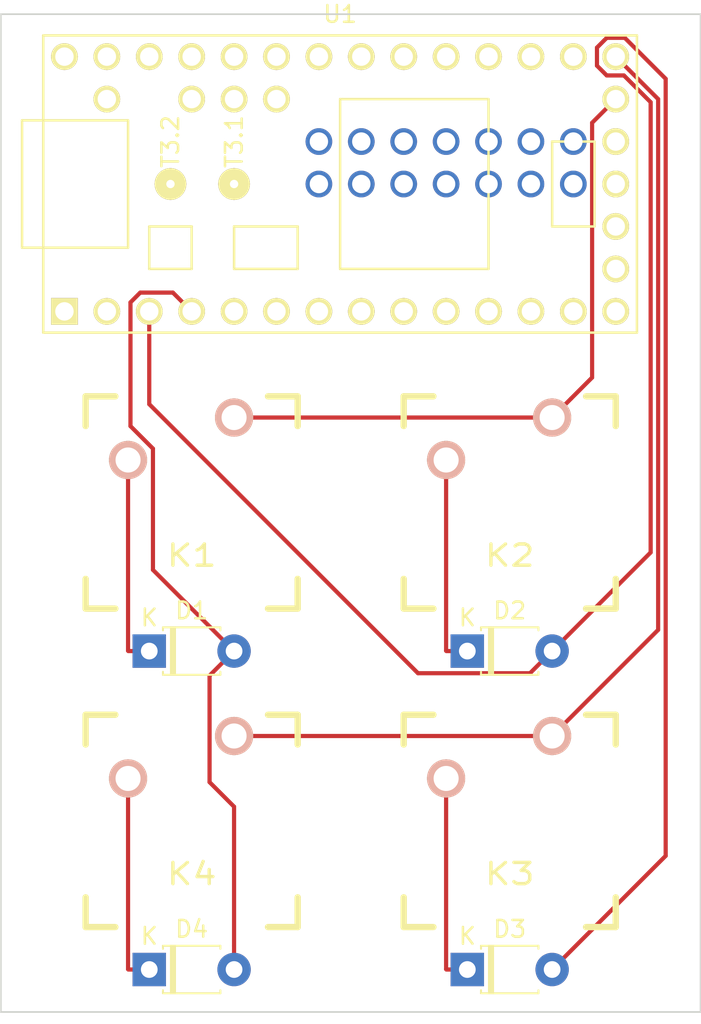
<source format=kicad_pcb>
(kicad_pcb (version 20171130) (host pcbnew "(5.0.1-3-g963ef8bb5)")

  (general
    (thickness 1.6)
    (drawings 4)
    (tracks 52)
    (zones 0)
    (modules 9)
    (nets 56)
  )

  (page A4)
  (layers
    (0 F.Cu signal)
    (31 B.Cu signal)
    (33 F.Adhes user)
    (35 F.Paste user)
    (36 B.SilkS user)
    (37 F.SilkS user)
    (38 B.Mask user)
    (39 F.Mask user)
    (40 Dwgs.User user)
    (41 Cmts.User user)
    (42 Eco1.User user)
    (43 Eco2.User user)
    (44 Edge.Cuts user)
    (45 Margin user)
    (46 B.CrtYd user)
    (47 F.CrtYd user)
    (49 F.Fab user)
  )

  (setup
    (last_trace_width 0.25)
    (trace_clearance 0.2)
    (zone_clearance 0.508)
    (zone_45_only no)
    (trace_min 0.2)
    (segment_width 0.2)
    (edge_width 0.1)
    (via_size 0.8)
    (via_drill 0.4)
    (via_min_size 0.4)
    (via_min_drill 0.3)
    (uvia_size 0.3)
    (uvia_drill 0.1)
    (uvias_allowed no)
    (uvia_min_size 0.2)
    (uvia_min_drill 0.1)
    (pcb_text_width 0.3)
    (pcb_text_size 1.5 1.5)
    (mod_edge_width 0.15)
    (mod_text_size 1 1)
    (mod_text_width 0.15)
    (pad_size 1.5 1.5)
    (pad_drill 0.6)
    (pad_to_mask_clearance 0)
    (solder_mask_min_width 0.25)
    (aux_axis_origin 0 0)
    (visible_elements FFFFFF7F)
    (pcbplotparams
      (layerselection 0x2d0f0_ffffffff)
      (usegerberextensions false)
      (usegerberattributes false)
      (usegerberadvancedattributes false)
      (creategerberjobfile false)
      (excludeedgelayer true)
      (linewidth 0.100000)
      (plotframeref false)
      (viasonmask false)
      (mode 1)
      (useauxorigin false)
      (hpglpennumber 1)
      (hpglpenspeed 20)
      (hpglpendiameter 15.000000)
      (psnegative false)
      (psa4output false)
      (plotreference true)
      (plotvalue true)
      (plotinvisibletext false)
      (padsonsilk false)
      (subtractmaskfromsilk false)
      (outputformat 1)
      (mirror false)
      (drillshape 0)
      (scaleselection 1)
      (outputdirectory ""))
  )

  (net 0 "")
  (net 1 "Net-(D1-Pad1)")
  (net 2 "Net-(D1-Pad2)")
  (net 3 "Net-(K1-Pad1)")
  (net 4 "Net-(U1-Pad52)")
  (net 5 "Net-(U1-Pad51)")
  (net 6 "Net-(U1-Pad50)")
  (net 7 "Net-(U1-Pad49)")
  (net 8 "Net-(U1-Pad48)")
  (net 9 "Net-(U1-Pad47)")
  (net 10 "Net-(U1-Pad46)")
  (net 11 "Net-(U1-Pad45)")
  (net 12 "Net-(U1-Pad44)")
  (net 13 "Net-(U1-Pad43)")
  (net 14 "Net-(U1-Pad42)")
  (net 15 "Net-(U1-Pad41)")
  (net 16 "Net-(U1-Pad40)")
  (net 17 "Net-(U1-Pad39)")
  (net 18 "Net-(U1-Pad1)")
  (net 19 "Net-(U1-Pad5)")
  (net 20 "Net-(U1-Pad6)")
  (net 21 "Net-(U1-Pad7)")
  (net 22 "Net-(U1-Pad8)")
  (net 23 "Net-(U1-Pad9)")
  (net 24 "Net-(U1-Pad10)")
  (net 25 "Net-(U1-Pad11)")
  (net 26 "Net-(U1-Pad12)")
  (net 27 "Net-(U1-Pad13)")
  (net 28 "Net-(U1-Pad34)")
  (net 29 "Net-(U1-Pad33)")
  (net 30 "Net-(U1-Pad32)")
  (net 31 "Net-(U1-Pad31)")
  (net 32 "Net-(U1-Pad30)")
  (net 33 "Net-(U1-Pad29)")
  (net 34 "Net-(U1-Pad28)")
  (net 35 "Net-(U1-Pad27)")
  (net 36 "Net-(U1-Pad26)")
  (net 37 "Net-(U1-Pad25)")
  (net 38 "Net-(U1-Pad24)")
  (net 39 "Net-(U1-Pad23)")
  (net 40 "Net-(U1-Pad22)")
  (net 41 "Net-(U1-Pad21)")
  (net 42 "Net-(U1-Pad14)")
  (net 43 "Net-(U1-Pad15)")
  (net 44 "Net-(U1-Pad16)")
  (net 45 "Net-(D2-Pad1)")
  (net 46 "Net-(D2-Pad2)")
  (net 47 "Net-(D3-Pad1)")
  (net 48 "Net-(D4-Pad1)")
  (net 49 "Net-(K3-Pad1)")
  (net 50 "Net-(U1-Pad38)")
  (net 51 "Net-(U1-Pad37)")
  (net 52 "Net-(U1-Pad36)")
  (net 53 "Net-(U1-Pad35)")
  (net 54 "Net-(U1-Pad18)")
  (net 55 "Net-(U1-Pad17)")

  (net_class Default "This is the default net class."
    (clearance 0.2)
    (trace_width 0.25)
    (via_dia 0.8)
    (via_drill 0.4)
    (uvia_dia 0.3)
    (uvia_drill 0.1)
    (add_net "Net-(D1-Pad1)")
    (add_net "Net-(D1-Pad2)")
    (add_net "Net-(D2-Pad1)")
    (add_net "Net-(D2-Pad2)")
    (add_net "Net-(D3-Pad1)")
    (add_net "Net-(D4-Pad1)")
    (add_net "Net-(K1-Pad1)")
    (add_net "Net-(K3-Pad1)")
    (add_net "Net-(U1-Pad1)")
    (add_net "Net-(U1-Pad10)")
    (add_net "Net-(U1-Pad11)")
    (add_net "Net-(U1-Pad12)")
    (add_net "Net-(U1-Pad13)")
    (add_net "Net-(U1-Pad14)")
    (add_net "Net-(U1-Pad15)")
    (add_net "Net-(U1-Pad16)")
    (add_net "Net-(U1-Pad17)")
    (add_net "Net-(U1-Pad18)")
    (add_net "Net-(U1-Pad21)")
    (add_net "Net-(U1-Pad22)")
    (add_net "Net-(U1-Pad23)")
    (add_net "Net-(U1-Pad24)")
    (add_net "Net-(U1-Pad25)")
    (add_net "Net-(U1-Pad26)")
    (add_net "Net-(U1-Pad27)")
    (add_net "Net-(U1-Pad28)")
    (add_net "Net-(U1-Pad29)")
    (add_net "Net-(U1-Pad30)")
    (add_net "Net-(U1-Pad31)")
    (add_net "Net-(U1-Pad32)")
    (add_net "Net-(U1-Pad33)")
    (add_net "Net-(U1-Pad34)")
    (add_net "Net-(U1-Pad35)")
    (add_net "Net-(U1-Pad36)")
    (add_net "Net-(U1-Pad37)")
    (add_net "Net-(U1-Pad38)")
    (add_net "Net-(U1-Pad39)")
    (add_net "Net-(U1-Pad40)")
    (add_net "Net-(U1-Pad41)")
    (add_net "Net-(U1-Pad42)")
    (add_net "Net-(U1-Pad43)")
    (add_net "Net-(U1-Pad44)")
    (add_net "Net-(U1-Pad45)")
    (add_net "Net-(U1-Pad46)")
    (add_net "Net-(U1-Pad47)")
    (add_net "Net-(U1-Pad48)")
    (add_net "Net-(U1-Pad49)")
    (add_net "Net-(U1-Pad5)")
    (add_net "Net-(U1-Pad50)")
    (add_net "Net-(U1-Pad51)")
    (add_net "Net-(U1-Pad52)")
    (add_net "Net-(U1-Pad6)")
    (add_net "Net-(U1-Pad7)")
    (add_net "Net-(U1-Pad8)")
    (add_net "Net-(U1-Pad9)")
  )

  (module Diode_THT:D_T-1_P5.08mm_Horizontal (layer F.Cu) (tedit 5AE50CD5) (tstamp 5C1BFD93)
    (at 142.24 140.97)
    (descr "Diode, T-1 series, Axial, Horizontal, pin pitch=5.08mm, , length*diameter=3.2*2.6mm^2, , http://www.diodes.com/_files/packages/T-1.pdf")
    (tags "Diode T-1 series Axial Horizontal pin pitch 5.08mm  length 3.2mm diameter 2.6mm")
    (path /5C1ABB92)
    (fp_text reference D1 (at 2.54 -2.42) (layer F.SilkS)
      (effects (font (size 1 1) (thickness 0.15)))
    )
    (fp_text value D (at 2.54 2.42) (layer F.Fab)
      (effects (font (size 1 1) (thickness 0.15)))
    )
    (fp_line (start 0.94 -1.3) (end 0.94 1.3) (layer F.Fab) (width 0.1))
    (fp_line (start 0.94 1.3) (end 4.14 1.3) (layer F.Fab) (width 0.1))
    (fp_line (start 4.14 1.3) (end 4.14 -1.3) (layer F.Fab) (width 0.1))
    (fp_line (start 4.14 -1.3) (end 0.94 -1.3) (layer F.Fab) (width 0.1))
    (fp_line (start 0 0) (end 0.94 0) (layer F.Fab) (width 0.1))
    (fp_line (start 5.08 0) (end 4.14 0) (layer F.Fab) (width 0.1))
    (fp_line (start 1.42 -1.3) (end 1.42 1.3) (layer F.Fab) (width 0.1))
    (fp_line (start 1.52 -1.3) (end 1.52 1.3) (layer F.Fab) (width 0.1))
    (fp_line (start 1.32 -1.3) (end 1.32 1.3) (layer F.Fab) (width 0.1))
    (fp_line (start 0.82 -1.24) (end 0.82 -1.42) (layer F.SilkS) (width 0.12))
    (fp_line (start 0.82 -1.42) (end 4.26 -1.42) (layer F.SilkS) (width 0.12))
    (fp_line (start 4.26 -1.42) (end 4.26 -1.24) (layer F.SilkS) (width 0.12))
    (fp_line (start 0.82 1.24) (end 0.82 1.42) (layer F.SilkS) (width 0.12))
    (fp_line (start 0.82 1.42) (end 4.26 1.42) (layer F.SilkS) (width 0.12))
    (fp_line (start 4.26 1.42) (end 4.26 1.24) (layer F.SilkS) (width 0.12))
    (fp_line (start 1.42 -1.42) (end 1.42 1.42) (layer F.SilkS) (width 0.12))
    (fp_line (start 1.54 -1.42) (end 1.54 1.42) (layer F.SilkS) (width 0.12))
    (fp_line (start 1.3 -1.42) (end 1.3 1.42) (layer F.SilkS) (width 0.12))
    (fp_line (start -1.25 -1.55) (end -1.25 1.55) (layer F.CrtYd) (width 0.05))
    (fp_line (start -1.25 1.55) (end 6.33 1.55) (layer F.CrtYd) (width 0.05))
    (fp_line (start 6.33 1.55) (end 6.33 -1.55) (layer F.CrtYd) (width 0.05))
    (fp_line (start 6.33 -1.55) (end -1.25 -1.55) (layer F.CrtYd) (width 0.05))
    (fp_text user %R (at 2.78 0) (layer F.Fab)
      (effects (font (size 0.64 0.64) (thickness 0.096)))
    )
    (fp_text user K (at 0 -2) (layer F.Fab)
      (effects (font (size 1 1) (thickness 0.15)))
    )
    (fp_text user K (at 0 -2) (layer F.SilkS)
      (effects (font (size 1 1) (thickness 0.15)))
    )
    (pad 1 thru_hole rect (at 0 0) (size 2 2) (drill 1) (layers *.Cu *.Mask)
      (net 1 "Net-(D1-Pad1)"))
    (pad 2 thru_hole oval (at 5.08 0) (size 2 2) (drill 1) (layers *.Cu *.Mask)
      (net 2 "Net-(D1-Pad2)"))
    (model ${KISYS3DMOD}/Diode_THT.3dshapes/D_T-1_P5.08mm_Horizontal.wrl
      (at (xyz 0 0 0))
      (scale (xyz 1 1 1))
      (rotate (xyz 0 0 0))
    )
  )

  (module Diode_THT:D_T-1_P5.08mm_Horizontal (layer F.Cu) (tedit 5AE50CD5) (tstamp 5C1BFDB2)
    (at 161.29 140.97)
    (descr "Diode, T-1 series, Axial, Horizontal, pin pitch=5.08mm, , length*diameter=3.2*2.6mm^2, , http://www.diodes.com/_files/packages/T-1.pdf")
    (tags "Diode T-1 series Axial Horizontal pin pitch 5.08mm  length 3.2mm diameter 2.6mm")
    (path /5C1AC117)
    (fp_text reference D2 (at 2.54 -2.42) (layer F.SilkS)
      (effects (font (size 1 1) (thickness 0.15)))
    )
    (fp_text value D (at 2.54 2.42) (layer F.Fab)
      (effects (font (size 1 1) (thickness 0.15)))
    )
    (fp_line (start 0.94 -1.3) (end 0.94 1.3) (layer F.Fab) (width 0.1))
    (fp_line (start 0.94 1.3) (end 4.14 1.3) (layer F.Fab) (width 0.1))
    (fp_line (start 4.14 1.3) (end 4.14 -1.3) (layer F.Fab) (width 0.1))
    (fp_line (start 4.14 -1.3) (end 0.94 -1.3) (layer F.Fab) (width 0.1))
    (fp_line (start 0 0) (end 0.94 0) (layer F.Fab) (width 0.1))
    (fp_line (start 5.08 0) (end 4.14 0) (layer F.Fab) (width 0.1))
    (fp_line (start 1.42 -1.3) (end 1.42 1.3) (layer F.Fab) (width 0.1))
    (fp_line (start 1.52 -1.3) (end 1.52 1.3) (layer F.Fab) (width 0.1))
    (fp_line (start 1.32 -1.3) (end 1.32 1.3) (layer F.Fab) (width 0.1))
    (fp_line (start 0.82 -1.24) (end 0.82 -1.42) (layer F.SilkS) (width 0.12))
    (fp_line (start 0.82 -1.42) (end 4.26 -1.42) (layer F.SilkS) (width 0.12))
    (fp_line (start 4.26 -1.42) (end 4.26 -1.24) (layer F.SilkS) (width 0.12))
    (fp_line (start 0.82 1.24) (end 0.82 1.42) (layer F.SilkS) (width 0.12))
    (fp_line (start 0.82 1.42) (end 4.26 1.42) (layer F.SilkS) (width 0.12))
    (fp_line (start 4.26 1.42) (end 4.26 1.24) (layer F.SilkS) (width 0.12))
    (fp_line (start 1.42 -1.42) (end 1.42 1.42) (layer F.SilkS) (width 0.12))
    (fp_line (start 1.54 -1.42) (end 1.54 1.42) (layer F.SilkS) (width 0.12))
    (fp_line (start 1.3 -1.42) (end 1.3 1.42) (layer F.SilkS) (width 0.12))
    (fp_line (start -1.25 -1.55) (end -1.25 1.55) (layer F.CrtYd) (width 0.05))
    (fp_line (start -1.25 1.55) (end 6.33 1.55) (layer F.CrtYd) (width 0.05))
    (fp_line (start 6.33 1.55) (end 6.33 -1.55) (layer F.CrtYd) (width 0.05))
    (fp_line (start 6.33 -1.55) (end -1.25 -1.55) (layer F.CrtYd) (width 0.05))
    (fp_text user %R (at 2.54 0) (layer F.Fab)
      (effects (font (size 0.64 0.64) (thickness 0.096)))
    )
    (fp_text user K (at 0 -2) (layer F.Fab)
      (effects (font (size 1 1) (thickness 0.15)))
    )
    (fp_text user K (at 0 -2) (layer F.SilkS)
      (effects (font (size 1 1) (thickness 0.15)))
    )
    (pad 1 thru_hole rect (at 0 0) (size 2 2) (drill 1) (layers *.Cu *.Mask)
      (net 45 "Net-(D2-Pad1)"))
    (pad 2 thru_hole oval (at 5.08 0) (size 2 2) (drill 1) (layers *.Cu *.Mask)
      (net 46 "Net-(D2-Pad2)"))
    (model ${KISYS3DMOD}/Diode_THT.3dshapes/D_T-1_P5.08mm_Horizontal.wrl
      (at (xyz 0 0 0))
      (scale (xyz 1 1 1))
      (rotate (xyz 0 0 0))
    )
  )

  (module Diode_THT:D_T-1_P5.08mm_Horizontal (layer F.Cu) (tedit 5AE50CD5) (tstamp 5C1BFDD1)
    (at 161.29 160.02)
    (descr "Diode, T-1 series, Axial, Horizontal, pin pitch=5.08mm, , length*diameter=3.2*2.6mm^2, , http://www.diodes.com/_files/packages/T-1.pdf")
    (tags "Diode T-1 series Axial Horizontal pin pitch 5.08mm  length 3.2mm diameter 2.6mm")
    (path /5C1AC1FB)
    (fp_text reference D3 (at 2.54 -2.42) (layer F.SilkS)
      (effects (font (size 1 1) (thickness 0.15)))
    )
    (fp_text value D (at 2.54 2.42) (layer F.Fab)
      (effects (font (size 1 1) (thickness 0.15)))
    )
    (fp_text user K (at 0 -2) (layer F.SilkS)
      (effects (font (size 1 1) (thickness 0.15)))
    )
    (fp_text user K (at 0 -2) (layer F.Fab)
      (effects (font (size 1 1) (thickness 0.15)))
    )
    (fp_text user %R (at 2.78 0) (layer F.Fab)
      (effects (font (size 0.64 0.64) (thickness 0.096)))
    )
    (fp_line (start 6.33 -1.55) (end -1.25 -1.55) (layer F.CrtYd) (width 0.05))
    (fp_line (start 6.33 1.55) (end 6.33 -1.55) (layer F.CrtYd) (width 0.05))
    (fp_line (start -1.25 1.55) (end 6.33 1.55) (layer F.CrtYd) (width 0.05))
    (fp_line (start -1.25 -1.55) (end -1.25 1.55) (layer F.CrtYd) (width 0.05))
    (fp_line (start 1.3 -1.42) (end 1.3 1.42) (layer F.SilkS) (width 0.12))
    (fp_line (start 1.54 -1.42) (end 1.54 1.42) (layer F.SilkS) (width 0.12))
    (fp_line (start 1.42 -1.42) (end 1.42 1.42) (layer F.SilkS) (width 0.12))
    (fp_line (start 4.26 1.42) (end 4.26 1.24) (layer F.SilkS) (width 0.12))
    (fp_line (start 0.82 1.42) (end 4.26 1.42) (layer F.SilkS) (width 0.12))
    (fp_line (start 0.82 1.24) (end 0.82 1.42) (layer F.SilkS) (width 0.12))
    (fp_line (start 4.26 -1.42) (end 4.26 -1.24) (layer F.SilkS) (width 0.12))
    (fp_line (start 0.82 -1.42) (end 4.26 -1.42) (layer F.SilkS) (width 0.12))
    (fp_line (start 0.82 -1.24) (end 0.82 -1.42) (layer F.SilkS) (width 0.12))
    (fp_line (start 1.32 -1.3) (end 1.32 1.3) (layer F.Fab) (width 0.1))
    (fp_line (start 1.52 -1.3) (end 1.52 1.3) (layer F.Fab) (width 0.1))
    (fp_line (start 1.42 -1.3) (end 1.42 1.3) (layer F.Fab) (width 0.1))
    (fp_line (start 5.08 0) (end 4.14 0) (layer F.Fab) (width 0.1))
    (fp_line (start 0 0) (end 0.94 0) (layer F.Fab) (width 0.1))
    (fp_line (start 4.14 -1.3) (end 0.94 -1.3) (layer F.Fab) (width 0.1))
    (fp_line (start 4.14 1.3) (end 4.14 -1.3) (layer F.Fab) (width 0.1))
    (fp_line (start 0.94 1.3) (end 4.14 1.3) (layer F.Fab) (width 0.1))
    (fp_line (start 0.94 -1.3) (end 0.94 1.3) (layer F.Fab) (width 0.1))
    (pad 2 thru_hole oval (at 5.08 0) (size 2 2) (drill 1) (layers *.Cu *.Mask)
      (net 46 "Net-(D2-Pad2)"))
    (pad 1 thru_hole rect (at 0 0) (size 2 2) (drill 1) (layers *.Cu *.Mask)
      (net 47 "Net-(D3-Pad1)"))
    (model ${KISYS3DMOD}/Diode_THT.3dshapes/D_T-1_P5.08mm_Horizontal.wrl
      (at (xyz 0 0 0))
      (scale (xyz 1 1 1))
      (rotate (xyz 0 0 0))
    )
  )

  (module Diode_THT:D_T-1_P5.08mm_Horizontal (layer F.Cu) (tedit 5AE50CD5) (tstamp 5C1BFDF0)
    (at 142.24 160.02)
    (descr "Diode, T-1 series, Axial, Horizontal, pin pitch=5.08mm, , length*diameter=3.2*2.6mm^2, , http://www.diodes.com/_files/packages/T-1.pdf")
    (tags "Diode T-1 series Axial Horizontal pin pitch 5.08mm  length 3.2mm diameter 2.6mm")
    (path /5C1AC05C)
    (fp_text reference D4 (at 2.54 -2.42) (layer F.SilkS)
      (effects (font (size 1 1) (thickness 0.15)))
    )
    (fp_text value D (at 2.54 2.42) (layer F.Fab)
      (effects (font (size 1 1) (thickness 0.15)))
    )
    (fp_text user K (at 0 -2) (layer F.SilkS)
      (effects (font (size 1 1) (thickness 0.15)))
    )
    (fp_text user K (at 0 -2) (layer F.Fab)
      (effects (font (size 1 1) (thickness 0.15)))
    )
    (fp_text user %R (at 2.78 0) (layer F.Fab)
      (effects (font (size 0.64 0.64) (thickness 0.096)))
    )
    (fp_line (start 6.33 -1.55) (end -1.25 -1.55) (layer F.CrtYd) (width 0.05))
    (fp_line (start 6.33 1.55) (end 6.33 -1.55) (layer F.CrtYd) (width 0.05))
    (fp_line (start -1.25 1.55) (end 6.33 1.55) (layer F.CrtYd) (width 0.05))
    (fp_line (start -1.25 -1.55) (end -1.25 1.55) (layer F.CrtYd) (width 0.05))
    (fp_line (start 1.3 -1.42) (end 1.3 1.42) (layer F.SilkS) (width 0.12))
    (fp_line (start 1.54 -1.42) (end 1.54 1.42) (layer F.SilkS) (width 0.12))
    (fp_line (start 1.42 -1.42) (end 1.42 1.42) (layer F.SilkS) (width 0.12))
    (fp_line (start 4.26 1.42) (end 4.26 1.24) (layer F.SilkS) (width 0.12))
    (fp_line (start 0.82 1.42) (end 4.26 1.42) (layer F.SilkS) (width 0.12))
    (fp_line (start 0.82 1.24) (end 0.82 1.42) (layer F.SilkS) (width 0.12))
    (fp_line (start 4.26 -1.42) (end 4.26 -1.24) (layer F.SilkS) (width 0.12))
    (fp_line (start 0.82 -1.42) (end 4.26 -1.42) (layer F.SilkS) (width 0.12))
    (fp_line (start 0.82 -1.24) (end 0.82 -1.42) (layer F.SilkS) (width 0.12))
    (fp_line (start 1.32 -1.3) (end 1.32 1.3) (layer F.Fab) (width 0.1))
    (fp_line (start 1.52 -1.3) (end 1.52 1.3) (layer F.Fab) (width 0.1))
    (fp_line (start 1.42 -1.3) (end 1.42 1.3) (layer F.Fab) (width 0.1))
    (fp_line (start 5.08 0) (end 4.14 0) (layer F.Fab) (width 0.1))
    (fp_line (start 0 0) (end 0.94 0) (layer F.Fab) (width 0.1))
    (fp_line (start 4.14 -1.3) (end 0.94 -1.3) (layer F.Fab) (width 0.1))
    (fp_line (start 4.14 1.3) (end 4.14 -1.3) (layer F.Fab) (width 0.1))
    (fp_line (start 0.94 1.3) (end 4.14 1.3) (layer F.Fab) (width 0.1))
    (fp_line (start 0.94 -1.3) (end 0.94 1.3) (layer F.Fab) (width 0.1))
    (pad 2 thru_hole oval (at 5.08 0) (size 2 2) (drill 1) (layers *.Cu *.Mask)
      (net 2 "Net-(D1-Pad2)"))
    (pad 1 thru_hole rect (at 0 0) (size 2 2) (drill 1) (layers *.Cu *.Mask)
      (net 48 "Net-(D4-Pad1)"))
    (model ${KISYS3DMOD}/Diode_THT.3dshapes/D_T-1_P5.08mm_Horizontal.wrl
      (at (xyz 0 0 0))
      (scale (xyz 1 1 1))
      (rotate (xyz 0 0 0))
    )
  )

  (module Socket:CHERRY_PLATE_100H (layer F.Cu) (tedit 549A12A1) (tstamp 5C1BFE0A)
    (at 144.78 132.08)
    (path /5C1AB93C)
    (fp_text reference K1 (at 0 3.175) (layer F.SilkS)
      (effects (font (size 1.27 1.524) (thickness 0.2032)))
    )
    (fp_text value KEYSW (at 0 5.08) (layer F.SilkS) hide
      (effects (font (size 1.27 1.524) (thickness 0.2032)))
    )
    (fp_line (start -6.35 -4.572) (end -6.35 -6.35) (layer F.SilkS) (width 0.381))
    (fp_line (start -6.35 6.35) (end -6.35 4.572) (layer F.SilkS) (width 0.381))
    (fp_line (start -4.572 6.35) (end -6.35 6.35) (layer F.SilkS) (width 0.381))
    (fp_line (start 6.35 6.35) (end 4.572 6.35) (layer F.SilkS) (width 0.381))
    (fp_line (start 6.35 4.572) (end 6.35 6.35) (layer F.SilkS) (width 0.381))
    (fp_line (start 6.35 -6.35) (end 6.35 -4.572) (layer F.SilkS) (width 0.381))
    (fp_line (start 4.572 -6.35) (end 6.35 -6.35) (layer F.SilkS) (width 0.381))
    (fp_line (start -6.35 -6.35) (end -4.572 -6.35) (layer F.SilkS) (width 0.381))
    (fp_line (start -9.398 9.398) (end -9.398 -9.398) (layer Dwgs.User) (width 0.1524))
    (fp_line (start 9.398 9.398) (end -9.398 9.398) (layer Dwgs.User) (width 0.1524))
    (fp_line (start 9.398 -9.398) (end 9.398 9.398) (layer Dwgs.User) (width 0.1524))
    (fp_line (start -9.398 -9.398) (end 9.398 -9.398) (layer Dwgs.User) (width 0.1524))
    (fp_line (start -6.35 6.35) (end -6.35 -6.35) (layer Cmts.User) (width 0.1524))
    (fp_line (start 6.35 6.35) (end -6.35 6.35) (layer Cmts.User) (width 0.1524))
    (fp_line (start 6.35 -6.35) (end 6.35 6.35) (layer Cmts.User) (width 0.1524))
    (fp_line (start -6.35 -6.35) (end 6.35 -6.35) (layer Cmts.User) (width 0.1524))
    (fp_text user 1.00u (at -5.715 8.255) (layer Dwgs.User)
      (effects (font (size 1.524 1.524) (thickness 0.3048)))
    )
    (pad HOLE np_thru_hole circle (at 5.08 0) (size 1.7018 1.7018) (drill 1.7018) (layers *.Cu))
    (pad HOLE np_thru_hole circle (at -5.08 0) (size 1.7018 1.7018) (drill 1.7018) (layers *.Cu))
    (pad HOLE np_thru_hole circle (at 0 0) (size 3.9878 3.9878) (drill 3.9878) (layers *.Cu))
    (pad 2 thru_hole circle (at -3.81 -2.54) (size 2.286 2.286) (drill 1.4986) (layers *.Cu *.SilkS *.Mask)
      (net 1 "Net-(D1-Pad1)"))
    (pad 1 thru_hole circle (at 2.54 -5.08) (size 2.286 2.286) (drill 1.4986) (layers *.Cu *.SilkS *.Mask)
      (net 3 "Net-(K1-Pad1)"))
  )

  (module Socket:CHERRY_PLATE_100H (layer F.Cu) (tedit 549A12A1) (tstamp 5C1BFE24)
    (at 163.83 132.08)
    (path /5C1AC110)
    (fp_text reference K2 (at 0 3.175) (layer F.SilkS)
      (effects (font (size 1.27 1.524) (thickness 0.2032)))
    )
    (fp_text value KEYSW (at 0 5.08) (layer F.SilkS) hide
      (effects (font (size 1.27 1.524) (thickness 0.2032)))
    )
    (fp_line (start -6.35 -4.572) (end -6.35 -6.35) (layer F.SilkS) (width 0.381))
    (fp_line (start -6.35 6.35) (end -6.35 4.572) (layer F.SilkS) (width 0.381))
    (fp_line (start -4.572 6.35) (end -6.35 6.35) (layer F.SilkS) (width 0.381))
    (fp_line (start 6.35 6.35) (end 4.572 6.35) (layer F.SilkS) (width 0.381))
    (fp_line (start 6.35 4.572) (end 6.35 6.35) (layer F.SilkS) (width 0.381))
    (fp_line (start 6.35 -6.35) (end 6.35 -4.572) (layer F.SilkS) (width 0.381))
    (fp_line (start 4.572 -6.35) (end 6.35 -6.35) (layer F.SilkS) (width 0.381))
    (fp_line (start -6.35 -6.35) (end -4.572 -6.35) (layer F.SilkS) (width 0.381))
    (fp_line (start -9.398 9.398) (end -9.398 -9.398) (layer Dwgs.User) (width 0.1524))
    (fp_line (start 9.398 9.398) (end -9.398 9.398) (layer Dwgs.User) (width 0.1524))
    (fp_line (start 9.398 -9.398) (end 9.398 9.398) (layer Dwgs.User) (width 0.1524))
    (fp_line (start -9.398 -9.398) (end 9.398 -9.398) (layer Dwgs.User) (width 0.1524))
    (fp_line (start -6.35 6.35) (end -6.35 -6.35) (layer Cmts.User) (width 0.1524))
    (fp_line (start 6.35 6.35) (end -6.35 6.35) (layer Cmts.User) (width 0.1524))
    (fp_line (start 6.35 -6.35) (end 6.35 6.35) (layer Cmts.User) (width 0.1524))
    (fp_line (start -6.35 -6.35) (end 6.35 -6.35) (layer Cmts.User) (width 0.1524))
    (fp_text user 1.00u (at -5.715 8.255) (layer Dwgs.User)
      (effects (font (size 1.524 1.524) (thickness 0.3048)))
    )
    (pad HOLE np_thru_hole circle (at 5.08 0) (size 1.7018 1.7018) (drill 1.7018) (layers *.Cu))
    (pad HOLE np_thru_hole circle (at -5.08 0) (size 1.7018 1.7018) (drill 1.7018) (layers *.Cu))
    (pad HOLE np_thru_hole circle (at 0 0) (size 3.9878 3.9878) (drill 3.9878) (layers *.Cu))
    (pad 2 thru_hole circle (at -3.81 -2.54) (size 2.286 2.286) (drill 1.4986) (layers *.Cu *.SilkS *.Mask)
      (net 45 "Net-(D2-Pad1)"))
    (pad 1 thru_hole circle (at 2.54 -5.08) (size 2.286 2.286) (drill 1.4986) (layers *.Cu *.SilkS *.Mask)
      (net 3 "Net-(K1-Pad1)"))
  )

  (module Socket:CHERRY_PLATE_100H (layer F.Cu) (tedit 549A12A1) (tstamp 5C1BFE3E)
    (at 163.83 151.13)
    (path /5C1AC1F4)
    (fp_text reference K3 (at 0 3.175) (layer F.SilkS)
      (effects (font (size 1.27 1.524) (thickness 0.2032)))
    )
    (fp_text value KEYSW (at 0 5.08) (layer F.SilkS) hide
      (effects (font (size 1.27 1.524) (thickness 0.2032)))
    )
    (fp_text user 1.00u (at -5.715 8.255) (layer Dwgs.User)
      (effects (font (size 1.524 1.524) (thickness 0.3048)))
    )
    (fp_line (start -6.35 -6.35) (end 6.35 -6.35) (layer Cmts.User) (width 0.1524))
    (fp_line (start 6.35 -6.35) (end 6.35 6.35) (layer Cmts.User) (width 0.1524))
    (fp_line (start 6.35 6.35) (end -6.35 6.35) (layer Cmts.User) (width 0.1524))
    (fp_line (start -6.35 6.35) (end -6.35 -6.35) (layer Cmts.User) (width 0.1524))
    (fp_line (start -9.398 -9.398) (end 9.398 -9.398) (layer Dwgs.User) (width 0.1524))
    (fp_line (start 9.398 -9.398) (end 9.398 9.398) (layer Dwgs.User) (width 0.1524))
    (fp_line (start 9.398 9.398) (end -9.398 9.398) (layer Dwgs.User) (width 0.1524))
    (fp_line (start -9.398 9.398) (end -9.398 -9.398) (layer Dwgs.User) (width 0.1524))
    (fp_line (start -6.35 -6.35) (end -4.572 -6.35) (layer F.SilkS) (width 0.381))
    (fp_line (start 4.572 -6.35) (end 6.35 -6.35) (layer F.SilkS) (width 0.381))
    (fp_line (start 6.35 -6.35) (end 6.35 -4.572) (layer F.SilkS) (width 0.381))
    (fp_line (start 6.35 4.572) (end 6.35 6.35) (layer F.SilkS) (width 0.381))
    (fp_line (start 6.35 6.35) (end 4.572 6.35) (layer F.SilkS) (width 0.381))
    (fp_line (start -4.572 6.35) (end -6.35 6.35) (layer F.SilkS) (width 0.381))
    (fp_line (start -6.35 6.35) (end -6.35 4.572) (layer F.SilkS) (width 0.381))
    (fp_line (start -6.35 -4.572) (end -6.35 -6.35) (layer F.SilkS) (width 0.381))
    (pad 1 thru_hole circle (at 2.54 -5.08) (size 2.286 2.286) (drill 1.4986) (layers *.Cu *.SilkS *.Mask)
      (net 49 "Net-(K3-Pad1)"))
    (pad 2 thru_hole circle (at -3.81 -2.54) (size 2.286 2.286) (drill 1.4986) (layers *.Cu *.SilkS *.Mask)
      (net 47 "Net-(D3-Pad1)"))
    (pad HOLE np_thru_hole circle (at 0 0) (size 3.9878 3.9878) (drill 3.9878) (layers *.Cu))
    (pad HOLE np_thru_hole circle (at -5.08 0) (size 1.7018 1.7018) (drill 1.7018) (layers *.Cu))
    (pad HOLE np_thru_hole circle (at 5.08 0) (size 1.7018 1.7018) (drill 1.7018) (layers *.Cu))
  )

  (module Socket:CHERRY_PLATE_100H (layer F.Cu) (tedit 549A12A1) (tstamp 5C1BFE58)
    (at 144.78 151.13)
    (path /5C1AC055)
    (fp_text reference K4 (at 0 3.175) (layer F.SilkS)
      (effects (font (size 1.27 1.524) (thickness 0.2032)))
    )
    (fp_text value KEYSW (at 0 5.08) (layer F.SilkS) hide
      (effects (font (size 1.27 1.524) (thickness 0.2032)))
    )
    (fp_text user 1.00u (at -5.715 8.255) (layer Dwgs.User)
      (effects (font (size 1.524 1.524) (thickness 0.3048)))
    )
    (fp_line (start -6.35 -6.35) (end 6.35 -6.35) (layer Cmts.User) (width 0.1524))
    (fp_line (start 6.35 -6.35) (end 6.35 6.35) (layer Cmts.User) (width 0.1524))
    (fp_line (start 6.35 6.35) (end -6.35 6.35) (layer Cmts.User) (width 0.1524))
    (fp_line (start -6.35 6.35) (end -6.35 -6.35) (layer Cmts.User) (width 0.1524))
    (fp_line (start -9.398 -9.398) (end 9.398 -9.398) (layer Dwgs.User) (width 0.1524))
    (fp_line (start 9.398 -9.398) (end 9.398 9.398) (layer Dwgs.User) (width 0.1524))
    (fp_line (start 9.398 9.398) (end -9.398 9.398) (layer Dwgs.User) (width 0.1524))
    (fp_line (start -9.398 9.398) (end -9.398 -9.398) (layer Dwgs.User) (width 0.1524))
    (fp_line (start -6.35 -6.35) (end -4.572 -6.35) (layer F.SilkS) (width 0.381))
    (fp_line (start 4.572 -6.35) (end 6.35 -6.35) (layer F.SilkS) (width 0.381))
    (fp_line (start 6.35 -6.35) (end 6.35 -4.572) (layer F.SilkS) (width 0.381))
    (fp_line (start 6.35 4.572) (end 6.35 6.35) (layer F.SilkS) (width 0.381))
    (fp_line (start 6.35 6.35) (end 4.572 6.35) (layer F.SilkS) (width 0.381))
    (fp_line (start -4.572 6.35) (end -6.35 6.35) (layer F.SilkS) (width 0.381))
    (fp_line (start -6.35 6.35) (end -6.35 4.572) (layer F.SilkS) (width 0.381))
    (fp_line (start -6.35 -4.572) (end -6.35 -6.35) (layer F.SilkS) (width 0.381))
    (pad 1 thru_hole circle (at 2.54 -5.08) (size 2.286 2.286) (drill 1.4986) (layers *.Cu *.SilkS *.Mask)
      (net 49 "Net-(K3-Pad1)"))
    (pad 2 thru_hole circle (at -3.81 -2.54) (size 2.286 2.286) (drill 1.4986) (layers *.Cu *.SilkS *.Mask)
      (net 48 "Net-(D4-Pad1)"))
    (pad HOLE np_thru_hole circle (at 0 0) (size 3.9878 3.9878) (drill 3.9878) (layers *.Cu))
    (pad HOLE np_thru_hole circle (at -5.08 0) (size 1.7018 1.7018) (drill 1.7018) (layers *.Cu))
    (pad HOLE np_thru_hole circle (at 5.08 0) (size 1.7018 1.7018) (drill 1.7018) (layers *.Cu))
  )

  (module Package_DIP:Teensy30_31_32_LC (layer F.Cu) (tedit 5C1ABAF3) (tstamp 5C1BFEAD)
    (at 153.67 113.03)
    (path /5C1ABCF3)
    (fp_text reference U1 (at 0 -10.16) (layer F.SilkS)
      (effects (font (size 1 1) (thickness 0.15)))
    )
    (fp_text value Teensy2.0++ (at 0 10.16) (layer F.Fab)
      (effects (font (size 1 1) (thickness 0.15)))
    )
    (fp_line (start -17.78 8.89) (end -17.78 -8.89) (layer F.SilkS) (width 0.15))
    (fp_line (start 17.78 8.89) (end -17.78 8.89) (layer F.SilkS) (width 0.15))
    (fp_line (start 17.78 -8.89) (end 17.78 8.89) (layer F.SilkS) (width 0.15))
    (fp_line (start -17.78 -8.89) (end 17.78 -8.89) (layer F.SilkS) (width 0.15))
    (fp_line (start 8.89 5.08) (end 0 5.08) (layer F.SilkS) (width 0.15))
    (fp_line (start 8.89 -5.08) (end 0 -5.08) (layer F.SilkS) (width 0.15))
    (fp_line (start 0 -5.08) (end 0 5.08) (layer F.SilkS) (width 0.15))
    (fp_line (start 8.89 5.08) (end 8.89 -5.08) (layer F.SilkS) (width 0.15))
    (fp_line (start 12.7 -2.54) (end 15.24 -2.54) (layer F.SilkS) (width 0.15))
    (fp_line (start 12.7 2.54) (end 12.7 -2.54) (layer F.SilkS) (width 0.15))
    (fp_line (start 15.24 2.54) (end 12.7 2.54) (layer F.SilkS) (width 0.15))
    (fp_line (start 15.24 -2.54) (end 15.24 2.54) (layer F.SilkS) (width 0.15))
    (fp_line (start -11.43 2.54) (end -11.43 5.08) (layer F.SilkS) (width 0.15))
    (fp_line (start -8.89 2.54) (end -11.43 2.54) (layer F.SilkS) (width 0.15))
    (fp_line (start -8.89 5.08) (end -8.89 2.54) (layer F.SilkS) (width 0.15))
    (fp_line (start -11.43 5.08) (end -8.89 5.08) (layer F.SilkS) (width 0.15))
    (fp_line (start -12.7 3.81) (end -17.78 3.81) (layer F.SilkS) (width 0.15))
    (fp_line (start -12.7 -3.81) (end -17.78 -3.81) (layer F.SilkS) (width 0.15))
    (fp_line (start -12.7 3.81) (end -12.7 -3.81) (layer F.SilkS) (width 0.15))
    (fp_line (start -6.35 2.54) (end -6.35 5.08) (layer F.SilkS) (width 0.15))
    (fp_line (start -2.54 2.54) (end -6.35 2.54) (layer F.SilkS) (width 0.15))
    (fp_line (start -2.54 5.08) (end -2.54 2.54) (layer F.SilkS) (width 0.15))
    (fp_line (start -6.35 5.08) (end -2.54 5.08) (layer F.SilkS) (width 0.15))
    (fp_line (start -19.05 -3.81) (end -17.78 -3.81) (layer F.SilkS) (width 0.15))
    (fp_line (start -19.05 3.81) (end -19.05 -3.81) (layer F.SilkS) (width 0.15))
    (fp_line (start -17.78 3.81) (end -19.05 3.81) (layer F.SilkS) (width 0.15))
    (fp_text user T3.1 (at -6.35 -2.54 90) (layer F.SilkS)
      (effects (font (size 1 1) (thickness 0.15)))
    )
    (fp_text user T3.2 (at -10.16 -2.54 90) (layer F.SilkS)
      (effects (font (size 1 1) (thickness 0.15)))
    )
    (pad 52 thru_hole circle (at -10.16 0) (size 1.9 1.9) (drill 0.5) (layers *.Cu *.Mask F.SilkS)
      (net 4 "Net-(U1-Pad52)"))
    (pad 52 thru_hole circle (at -6.35 0) (size 1.9 1.9) (drill 0.5) (layers *.Cu *.Mask F.SilkS)
      (net 4 "Net-(U1-Pad52)"))
    (pad 51 thru_hole circle (at -1.27 -2.54) (size 1.6 1.6) (drill 1.1) (layers *.Cu *.Mask)
      (net 5 "Net-(U1-Pad51)"))
    (pad 50 thru_hole circle (at 1.27 -2.54) (size 1.6 1.6) (drill 1.1) (layers *.Cu *.Mask)
      (net 6 "Net-(U1-Pad50)"))
    (pad 49 thru_hole circle (at 3.81 -2.54) (size 1.6 1.6) (drill 1.1) (layers *.Cu *.Mask)
      (net 7 "Net-(U1-Pad49)"))
    (pad 48 thru_hole circle (at 6.35 -2.54) (size 1.6 1.6) (drill 1.1) (layers *.Cu *.Mask)
      (net 8 "Net-(U1-Pad48)"))
    (pad 47 thru_hole circle (at 8.89 -2.54) (size 1.6 1.6) (drill 1.1) (layers *.Cu *.Mask)
      (net 9 "Net-(U1-Pad47)"))
    (pad 46 thru_hole circle (at 11.43 -2.54) (size 1.6 1.6) (drill 1.1) (layers *.Cu *.Mask)
      (net 10 "Net-(U1-Pad46)"))
    (pad 45 thru_hole circle (at 13.97 -2.54) (size 1.6 1.6) (drill 1.1) (layers *.Cu *.Mask)
      (net 11 "Net-(U1-Pad45)"))
    (pad 44 thru_hole circle (at 13.97 0) (size 1.6 1.6) (drill 1.1) (layers *.Cu *.Mask)
      (net 12 "Net-(U1-Pad44)"))
    (pad 43 thru_hole circle (at 11.43 0) (size 1.6 1.6) (drill 1.1) (layers *.Cu *.Mask)
      (net 13 "Net-(U1-Pad43)"))
    (pad 42 thru_hole circle (at 8.89 0) (size 1.6 1.6) (drill 1.1) (layers *.Cu *.Mask)
      (net 14 "Net-(U1-Pad42)"))
    (pad 41 thru_hole circle (at 6.35 0) (size 1.6 1.6) (drill 1.1) (layers *.Cu *.Mask)
      (net 15 "Net-(U1-Pad41)"))
    (pad 40 thru_hole circle (at 3.81 0) (size 1.6 1.6) (drill 1.1) (layers *.Cu *.Mask)
      (net 16 "Net-(U1-Pad40)"))
    (pad 39 thru_hole circle (at 1.27 0) (size 1.6 1.6) (drill 1.1) (layers *.Cu *.Mask)
      (net 17 "Net-(U1-Pad39)"))
    (pad 38 thru_hole circle (at -1.27 0) (size 1.6 1.6) (drill 1.1) (layers *.Cu *.Mask)
      (net 50 "Net-(U1-Pad38)"))
    (pad 1 thru_hole rect (at -16.51 7.62) (size 1.6 1.6) (drill 1.1) (layers *.Cu *.Mask F.SilkS)
      (net 18 "Net-(U1-Pad1)"))
    (pad 2 thru_hole circle (at -13.97 7.62) (size 1.6 1.6) (drill 1.1) (layers *.Cu *.Mask F.SilkS))
    (pad 3 thru_hole circle (at -11.43 7.62) (size 1.6 1.6) (drill 1.1) (layers *.Cu *.Mask F.SilkS)
      (net 46 "Net-(D2-Pad2)"))
    (pad 4 thru_hole circle (at -8.89 7.62) (size 1.6 1.6) (drill 1.1) (layers *.Cu *.Mask F.SilkS)
      (net 2 "Net-(D1-Pad2)"))
    (pad 5 thru_hole circle (at -6.35 7.62) (size 1.6 1.6) (drill 1.1) (layers *.Cu *.Mask F.SilkS)
      (net 19 "Net-(U1-Pad5)"))
    (pad 6 thru_hole circle (at -3.81 7.62) (size 1.6 1.6) (drill 1.1) (layers *.Cu *.Mask F.SilkS)
      (net 20 "Net-(U1-Pad6)"))
    (pad 7 thru_hole circle (at -1.27 7.62) (size 1.6 1.6) (drill 1.1) (layers *.Cu *.Mask F.SilkS)
      (net 21 "Net-(U1-Pad7)"))
    (pad 8 thru_hole circle (at 1.27 7.62) (size 1.6 1.6) (drill 1.1) (layers *.Cu *.Mask F.SilkS)
      (net 22 "Net-(U1-Pad8)"))
    (pad 9 thru_hole circle (at 3.81 7.62) (size 1.6 1.6) (drill 1.1) (layers *.Cu *.Mask F.SilkS)
      (net 23 "Net-(U1-Pad9)"))
    (pad 10 thru_hole circle (at 6.35 7.62) (size 1.6 1.6) (drill 1.1) (layers *.Cu *.Mask F.SilkS)
      (net 24 "Net-(U1-Pad10)"))
    (pad 11 thru_hole circle (at 8.89 7.62) (size 1.6 1.6) (drill 1.1) (layers *.Cu *.Mask F.SilkS)
      (net 25 "Net-(U1-Pad11)"))
    (pad 12 thru_hole circle (at 11.43 7.62) (size 1.6 1.6) (drill 1.1) (layers *.Cu *.Mask F.SilkS)
      (net 26 "Net-(U1-Pad12)"))
    (pad 13 thru_hole circle (at 13.97 7.62) (size 1.6 1.6) (drill 1.1) (layers *.Cu *.Mask F.SilkS)
      (net 27 "Net-(U1-Pad13)"))
    (pad 37 thru_hole circle (at -3.81 -5.08) (size 1.6 1.6) (drill 1.1) (layers *.Cu *.Mask F.SilkS)
      (net 51 "Net-(U1-Pad37)"))
    (pad 36 thru_hole circle (at -6.35 -5.08) (size 1.6 1.6) (drill 1.1) (layers *.Cu *.Mask F.SilkS)
      (net 52 "Net-(U1-Pad36)"))
    (pad 35 thru_hole circle (at -8.89 -5.08) (size 1.6 1.6) (drill 1.1) (layers *.Cu *.Mask F.SilkS)
      (net 53 "Net-(U1-Pad35)"))
    (pad 34 thru_hole circle (at -13.97 -5.08) (size 1.6 1.6) (drill 1.1) (layers *.Cu *.Mask F.SilkS)
      (net 28 "Net-(U1-Pad34)"))
    (pad 33 thru_hole circle (at -16.51 -7.62) (size 1.6 1.6) (drill 1.1) (layers *.Cu *.Mask F.SilkS)
      (net 29 "Net-(U1-Pad33)"))
    (pad 32 thru_hole circle (at -13.97 -7.62) (size 1.6 1.6) (drill 1.1) (layers *.Cu *.Mask F.SilkS)
      (net 30 "Net-(U1-Pad32)"))
    (pad 31 thru_hole circle (at -11.43 -7.62) (size 1.6 1.6) (drill 1.1) (layers *.Cu *.Mask F.SilkS)
      (net 31 "Net-(U1-Pad31)"))
    (pad 30 thru_hole circle (at -8.89 -7.62) (size 1.6 1.6) (drill 1.1) (layers *.Cu *.Mask F.SilkS)
      (net 32 "Net-(U1-Pad30)"))
    (pad 29 thru_hole circle (at -6.35 -7.62) (size 1.6 1.6) (drill 1.1) (layers *.Cu *.Mask F.SilkS)
      (net 33 "Net-(U1-Pad29)"))
    (pad 28 thru_hole circle (at -3.81 -7.62) (size 1.6 1.6) (drill 1.1) (layers *.Cu *.Mask F.SilkS)
      (net 34 "Net-(U1-Pad28)"))
    (pad 27 thru_hole circle (at -1.27 -7.62) (size 1.6 1.6) (drill 1.1) (layers *.Cu *.Mask F.SilkS)
      (net 35 "Net-(U1-Pad27)"))
    (pad 26 thru_hole circle (at 1.27 -7.62) (size 1.6 1.6) (drill 1.1) (layers *.Cu *.Mask F.SilkS)
      (net 36 "Net-(U1-Pad26)"))
    (pad 25 thru_hole circle (at 3.81 -7.62) (size 1.6 1.6) (drill 1.1) (layers *.Cu *.Mask F.SilkS)
      (net 37 "Net-(U1-Pad25)"))
    (pad 24 thru_hole circle (at 6.35 -7.62) (size 1.6 1.6) (drill 1.1) (layers *.Cu *.Mask F.SilkS)
      (net 38 "Net-(U1-Pad24)"))
    (pad 23 thru_hole circle (at 8.89 -7.62) (size 1.6 1.6) (drill 1.1) (layers *.Cu *.Mask F.SilkS)
      (net 39 "Net-(U1-Pad23)"))
    (pad 22 thru_hole circle (at 11.43 -7.62) (size 1.6 1.6) (drill 1.1) (layers *.Cu *.Mask F.SilkS)
      (net 40 "Net-(U1-Pad22)"))
    (pad 21 thru_hole circle (at 13.97 -7.62) (size 1.6 1.6) (drill 1.1) (layers *.Cu *.Mask F.SilkS)
      (net 41 "Net-(U1-Pad21)"))
    (pad 14 thru_hole circle (at 16.51 7.62) (size 1.6 1.6) (drill 1.1) (layers *.Cu *.Mask F.SilkS)
      (net 42 "Net-(U1-Pad14)"))
    (pad 15 thru_hole circle (at 16.51 5.08) (size 1.6 1.6) (drill 1.1) (layers *.Cu *.Mask F.SilkS)
      (net 43 "Net-(U1-Pad15)"))
    (pad 16 thru_hole circle (at 16.51 2.54) (size 1.6 1.6) (drill 1.1) (layers *.Cu *.Mask F.SilkS)
      (net 44 "Net-(U1-Pad16)"))
    (pad 20 thru_hole circle (at 16.51 -7.62) (size 1.6 1.6) (drill 1.1) (layers *.Cu *.Mask F.SilkS)
      (net 49 "Net-(K3-Pad1)"))
    (pad 19 thru_hole circle (at 16.51 -5.08) (size 1.6 1.6) (drill 1.1) (layers *.Cu *.Mask F.SilkS)
      (net 3 "Net-(K1-Pad1)"))
    (pad 18 thru_hole circle (at 16.51 -2.54) (size 1.6 1.6) (drill 1.1) (layers *.Cu *.Mask F.SilkS)
      (net 54 "Net-(U1-Pad18)"))
    (pad 17 thru_hole circle (at 16.51 0) (size 1.6 1.6) (drill 1.1) (layers *.Cu *.Mask F.SilkS)
      (net 55 "Net-(U1-Pad17)"))
  )

  (gr_line (start 133.35 162.56) (end 133.35 102.87) (layer Edge.Cuts) (width 0.1))
  (gr_line (start 175.26 162.56) (end 133.35 162.56) (layer Edge.Cuts) (width 0.1))
  (gr_line (start 175.26 102.87) (end 175.26 162.56) (layer Edge.Cuts) (width 0.1))
  (gr_line (start 133.35 102.87) (end 175.26 102.87) (layer Edge.Cuts) (width 0.1))

  (segment (start 140.99 140.97) (end 142.24 140.97) (width 0.25) (layer F.Cu) (net 1))
  (segment (start 140.97 140.95) (end 140.99 140.97) (width 0.25) (layer F.Cu) (net 1))
  (segment (start 140.97 129.54) (end 140.97 140.95) (width 0.25) (layer F.Cu) (net 1))
  (segment (start 147.32 158.605787) (end 147.32 160.02) (width 0.25) (layer F.Cu) (net 2))
  (segment (start 147.32 150.2791) (end 147.32 158.605787) (width 0.25) (layer F.Cu) (net 2))
  (segment (start 145.851999 142.438001) (end 145.851999 148.811099) (width 0.25) (layer F.Cu) (net 2))
  (segment (start 145.851999 148.811099) (end 147.32 150.2791) (width 0.25) (layer F.Cu) (net 2))
  (segment (start 147.32 140.97) (end 145.851999 142.438001) (width 0.25) (layer F.Cu) (net 2))
  (segment (start 142.461099 128.858457) (end 142.461099 136.111099) (width 0.25) (layer F.Cu) (net 2))
  (segment (start 146.320001 139.970001) (end 147.32 140.97) (width 0.25) (layer F.Cu) (net 2))
  (segment (start 141.114999 127.512357) (end 142.461099 128.858457) (width 0.25) (layer F.Cu) (net 2))
  (segment (start 141.114999 120.109999) (end 141.114999 127.512357) (width 0.25) (layer F.Cu) (net 2))
  (segment (start 141.699999 119.524999) (end 141.114999 120.109999) (width 0.25) (layer F.Cu) (net 2))
  (segment (start 143.654999 119.524999) (end 141.699999 119.524999) (width 0.25) (layer F.Cu) (net 2))
  (segment (start 142.461099 136.111099) (end 146.320001 139.970001) (width 0.25) (layer F.Cu) (net 2))
  (segment (start 144.78 120.65) (end 143.654999 119.524999) (width 0.25) (layer F.Cu) (net 2))
  (segment (start 147.32 127) (end 166.37 127) (width 0.25) (layer F.Cu) (net 3))
  (segment (start 167.512999 125.857001) (end 166.37 127) (width 0.25) (layer F.Cu) (net 3))
  (segment (start 168.765001 124.604999) (end 167.512999 125.857001) (width 0.25) (layer F.Cu) (net 3))
  (segment (start 168.765001 109.364999) (end 168.765001 124.604999) (width 0.25) (layer F.Cu) (net 3))
  (segment (start 170.18 107.95) (end 168.765001 109.364999) (width 0.25) (layer F.Cu) (net 3))
  (segment (start 160.04 140.97) (end 161.29 140.97) (width 0.25) (layer F.Cu) (net 45))
  (segment (start 160.02 140.95) (end 160.04 140.97) (width 0.25) (layer F.Cu) (net 45))
  (segment (start 160.02 129.54) (end 160.02 140.95) (width 0.25) (layer F.Cu) (net 45))
  (segment (start 142.24 121.78137) (end 142.24 120.65) (width 0.25) (layer F.Cu) (net 46))
  (segment (start 142.24 126.200334) (end 142.24 121.78137) (width 0.25) (layer F.Cu) (net 46))
  (segment (start 158.334667 142.295001) (end 142.24 126.200334) (width 0.25) (layer F.Cu) (net 46))
  (segment (start 165.044999 142.295001) (end 158.334667 142.295001) (width 0.25) (layer F.Cu) (net 46))
  (segment (start 166.37 140.97) (end 165.044999 142.295001) (width 0.25) (layer F.Cu) (net 46))
  (segment (start 167.369999 139.970001) (end 166.37 140.97) (width 0.25) (layer F.Cu) (net 46))
  (segment (start 172.26999 135.07001) (end 167.369999 139.970001) (width 0.25) (layer F.Cu) (net 46))
  (segment (start 172.26999 108.1364) (end 172.26999 135.07001) (width 0.25) (layer F.Cu) (net 46))
  (segment (start 170.668591 106.535001) (end 172.26999 108.1364) (width 0.25) (layer F.Cu) (net 46))
  (segment (start 169.639999 106.535001) (end 170.668591 106.535001) (width 0.25) (layer F.Cu) (net 46))
  (segment (start 169.054999 105.950001) (end 169.639999 106.535001) (width 0.25) (layer F.Cu) (net 46))
  (segment (start 169.054999 104.869999) (end 169.054999 105.950001) (width 0.25) (layer F.Cu) (net 46))
  (segment (start 169.639999 104.284999) (end 169.054999 104.869999) (width 0.25) (layer F.Cu) (net 46))
  (segment (start 170.720001 104.284999) (end 169.639999 104.284999) (width 0.25) (layer F.Cu) (net 46))
  (segment (start 173.170009 106.735007) (end 170.720001 104.284999) (width 0.25) (layer F.Cu) (net 46))
  (segment (start 173.170009 153.219991) (end 173.170009 106.735007) (width 0.25) (layer F.Cu) (net 46))
  (segment (start 166.37 160.02) (end 173.170009 153.219991) (width 0.25) (layer F.Cu) (net 46))
  (segment (start 160.04 160.02) (end 161.29 160.02) (width 0.25) (layer F.Cu) (net 47))
  (segment (start 160.02 160) (end 160.04 160.02) (width 0.25) (layer F.Cu) (net 47))
  (segment (start 160.02 148.59) (end 160.02 160) (width 0.25) (layer F.Cu) (net 47))
  (segment (start 140.99 160.02) (end 142.24 160.02) (width 0.25) (layer F.Cu) (net 48))
  (segment (start 140.97 160) (end 140.99 160.02) (width 0.25) (layer F.Cu) (net 48))
  (segment (start 140.97 148.59) (end 140.97 160) (width 0.25) (layer F.Cu) (net 48))
  (segment (start 147.32 146.05) (end 166.37 146.05) (width 0.25) (layer F.Cu) (net 49))
  (segment (start 170.979999 106.209999) (end 170.18 105.41) (width 0.25) (layer F.Cu) (net 49))
  (segment (start 172.72 139.7) (end 172.72 107.95) (width 0.25) (layer F.Cu) (net 49))
  (segment (start 172.72 107.95) (end 170.979999 106.209999) (width 0.25) (layer F.Cu) (net 49))
  (segment (start 166.37 146.05) (end 172.72 139.7) (width 0.25) (layer F.Cu) (net 49))

)

</source>
